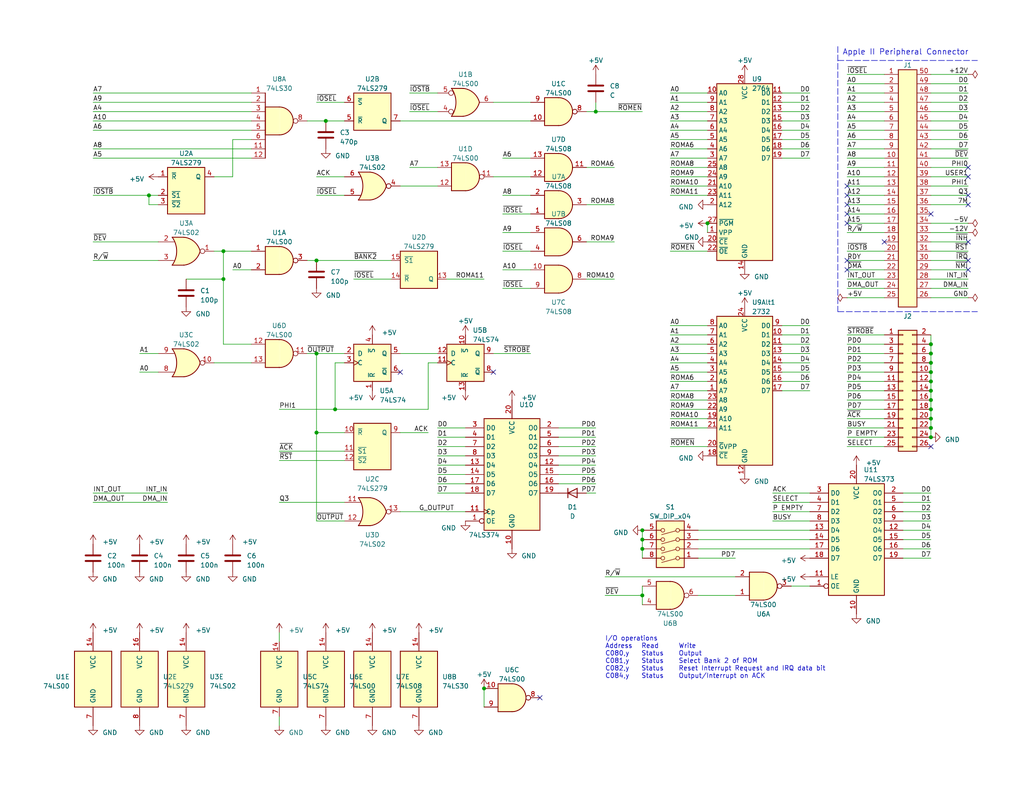
<source format=kicad_sch>
(kicad_sch (version 20230121) (generator eeschema)
  (paper "USLetter")
  (title_block (date "2023-08-27") (rev "1"))
  (junction (at 175.26 144.78))
  (junction (at 175.26 149.86))
  (junction (at 175.26 162.56))
  (junction (at 60.96 68.58))
  (junction (at 40.64 53.34))
  (junction (at 86.36 96.52))
  (junction (at 254 104.14))
  (junction (at 254 96.52))
  (junction (at 91.44 111.76))
  (junction (at 132.08 187.96))
  (junction (at 86.36 71.12))
  (junction (at 254 99.06))
  (junction (at 60.96 76.2))
  (junction (at 254 114.3))
  (junction (at 254 111.76))
  (junction (at 254 101.6))
  (junction (at 254 93.98))
  (junction (at 162.56 30.48))
  (junction (at 254 109.22))
  (junction (at 88.9 33.02))
  (junction (at 254 106.68))
  (junction (at 175.26 147.32))
  (junction (at 254 116.84))
  (junction (at 254 119.38))
  (junction (at 86.36 118.11))
  (junction (at 193.04 60.96))
  (no_connect (at 109.22 101.6))
  (no_connect (at 264.16 71.12))
  (no_connect (at 264.16 48.26))
  (no_connect (at 231.14 60.96))
  (no_connect (at 134.62 101.6))
  (no_connect (at 231.14 71.12))
  (no_connect (at 264.16 55.88))
  (no_connect (at 264.16 73.66))
  (no_connect (at 231.14 53.34))
  (no_connect (at 241.3 66.04))
  (no_connect (at 264.16 45.72))
  (no_connect (at 231.14 55.88))
  (no_connect (at 264.16 66.04))
  (no_connect (at 231.14 58.42))
  (no_connect (at 231.14 50.8))
  (no_connect (at 231.14 73.66))
  (no_connect (at 254 121.92))
  (no_connect (at 254 58.42))
  (no_connect (at 147.32 190.5))
  (no_connect (at 264.16 53.34))
  (wire (pts (xy 96.52 76.2) (xy 106.68 76.2)))
  (wire (pts (xy 231.14 55.88) (xy 241.3 55.88)))
  (wire (pts (xy 132.08 76.2) (xy 121.92 76.2)))
  (wire (pts (xy 193.04 109.22) (xy 182.88 109.22)))
  (wire (pts (xy 25.4 43.18) (xy 68.58 43.18)))
  (wire (pts (xy 86.36 96.52) (xy 93.98 96.52)))
  (wire (pts (xy 190.5 162.56) (xy 200.66 162.56)))
  (wire (pts (xy 254 66.04) (xy 264.16 66.04)))
  (wire (pts (xy 220.98 144.78) (xy 190.5 144.78)))
  (wire (pts (xy 144.78 96.52) (xy 134.62 96.52)))
  (wire (pts (xy 162.56 116.84) (xy 152.4 116.84)))
  (wire (pts (xy 231.14 76.2) (xy 241.3 76.2)))
  (wire (pts (xy 182.88 91.44) (xy 193.04 91.44)))
  (wire (pts (xy 231.14 104.14) (xy 241.3 104.14)))
  (wire (pts (xy 182.88 25.4) (xy 193.04 25.4)))
  (wire (pts (xy 254 101.6) (xy 254 99.06)))
  (wire (pts (xy 25.4 53.34) (xy 40.64 53.34)))
  (wire (pts (xy 231.14 22.86) (xy 241.3 22.86)))
  (wire (pts (xy 254 50.8) (xy 264.16 50.8)))
  (wire (pts (xy 144.78 58.42) (xy 137.16 58.42)))
  (wire (pts (xy 254 30.48) (xy 264.16 30.48)))
  (wire (pts (xy 210.82 139.7) (xy 220.98 139.7)))
  (wire (pts (xy 25.4 66.04) (xy 43.18 66.04)))
  (wire (pts (xy 182.88 35.56) (xy 193.04 35.56)))
  (wire (pts (xy 182.88 121.92) (xy 193.04 121.92)))
  (wire (pts (xy 137.16 73.66) (xy 144.78 73.66)))
  (wire (pts (xy 254 60.96) (xy 264.16 60.96)))
  (wire (pts (xy 119.38 119.38) (xy 127 119.38)))
  (wire (pts (xy 68.58 93.98) (xy 60.96 93.98)))
  (wire (pts (xy 254 149.86) (xy 246.38 149.86)))
  (wire (pts (xy 162.56 127) (xy 152.4 127)))
  (wire (pts (xy 254 106.68) (xy 254 104.14)))
  (wire (pts (xy 231.14 81.28) (xy 241.3 81.28)))
  (wire (pts (xy 231.14 40.64) (xy 241.3 40.64)))
  (wire (pts (xy 91.44 99.06) (xy 93.98 99.06)))
  (wire (pts (xy 231.14 30.48) (xy 241.3 30.48)))
  (wire (pts (xy 162.56 124.46) (xy 152.4 124.46)))
  (wire (pts (xy 254 33.02) (xy 264.16 33.02)))
  (wire (pts (xy 254 71.12) (xy 264.16 71.12)))
  (wire (pts (xy 231.14 78.74) (xy 241.3 78.74)))
  (wire (pts (xy 132.08 187.96) (xy 132.08 193.04)))
  (polyline (pts (xy 228.6 85.09) (xy 266.7 85.09)) (stroke (width 0) (type dash)))
  (wire (pts (xy 220.98 33.02) (xy 213.36 33.02)))
  (wire (pts (xy 109.22 96.52) (xy 119.38 96.52)))
  (wire (pts (xy 119.38 116.84) (xy 127 116.84)))
  (wire (pts (xy 254 68.58) (xy 264.16 68.58)))
  (wire (pts (xy 254 40.64) (xy 264.16 40.64)))
  (wire (pts (xy 193.04 45.72) (xy 182.88 45.72)))
  (wire (pts (xy 162.56 30.48) (xy 160.02 30.48)))
  (wire (pts (xy 63.5 48.26) (xy 58.42 48.26)))
  (wire (pts (xy 254 93.98) (xy 254 91.44)))
  (wire (pts (xy 231.14 27.94) (xy 241.3 27.94)))
  (wire (pts (xy 137.16 68.58) (xy 144.78 68.58)))
  (wire (pts (xy 193.04 48.26) (xy 182.88 48.26)))
  (wire (pts (xy 182.88 104.14) (xy 193.04 104.14)))
  (wire (pts (xy 160.02 45.72) (xy 167.64 45.72)))
  (wire (pts (xy 25.4 137.16) (xy 45.72 137.16)))
  (wire (pts (xy 25.4 33.02) (xy 68.58 33.02)))
  (wire (pts (xy 40.64 55.88) (xy 40.64 53.34)))
  (wire (pts (xy 231.14 114.3) (xy 241.3 114.3)))
  (wire (pts (xy 162.56 132.08) (xy 152.4 132.08)))
  (wire (pts (xy 231.14 99.06) (xy 241.3 99.06)))
  (wire (pts (xy 86.36 96.52) (xy 86.36 118.11)))
  (wire (pts (xy 144.78 48.26) (xy 134.62 48.26)))
  (wire (pts (xy 231.14 63.5) (xy 241.3 63.5)))
  (wire (pts (xy 111.76 30.48) (xy 119.38 30.48)))
  (wire (pts (xy 182.88 99.06) (xy 193.04 99.06)))
  (wire (pts (xy 50.8 76.2) (xy 60.96 76.2)))
  (wire (pts (xy 231.14 43.18) (xy 241.3 43.18)))
  (wire (pts (xy 86.36 48.26) (xy 93.98 48.26)))
  (wire (pts (xy 83.82 71.12) (xy 86.36 71.12)))
  (wire (pts (xy 137.16 43.18) (xy 144.78 43.18)))
  (wire (pts (xy 83.82 33.02) (xy 88.9 33.02)))
  (wire (pts (xy 254 96.52) (xy 254 93.98)))
  (wire (pts (xy 254 144.78) (xy 246.38 144.78)))
  (wire (pts (xy 254 27.94) (xy 264.16 27.94)))
  (wire (pts (xy 193.04 53.34) (xy 182.88 53.34)))
  (wire (pts (xy 119.38 121.92) (xy 127 121.92)))
  (wire (pts (xy 254 152.4) (xy 246.38 152.4)))
  (wire (pts (xy 231.14 45.72) (xy 241.3 45.72)))
  (wire (pts (xy 220.98 27.94) (xy 213.36 27.94)))
  (wire (pts (xy 220.98 43.18) (xy 213.36 43.18)))
  (wire (pts (xy 40.64 55.88) (xy 43.18 55.88)))
  (wire (pts (xy 182.88 40.64) (xy 193.04 40.64)))
  (wire (pts (xy 182.88 50.8) (xy 193.04 50.8)))
  (wire (pts (xy 220.98 101.6) (xy 213.36 101.6)))
  (wire (pts (xy 220.98 106.68) (xy 213.36 106.68)))
  (wire (pts (xy 175.26 144.78) (xy 175.26 147.32)))
  (wire (pts (xy 215.9 160.02) (xy 220.98 160.02)))
  (wire (pts (xy 254 139.7) (xy 246.38 139.7)))
  (wire (pts (xy 182.88 88.9) (xy 193.04 88.9)))
  (wire (pts (xy 254 48.26) (xy 264.16 48.26)))
  (wire (pts (xy 231.14 116.84) (xy 241.3 116.84)))
  (wire (pts (xy 254 134.62) (xy 246.38 134.62)))
  (wire (pts (xy 220.98 104.14) (xy 213.36 104.14)))
  (wire (pts (xy 231.14 73.66) (xy 241.3 73.66)))
  (wire (pts (xy 231.14 91.44) (xy 241.3 91.44)))
  (wire (pts (xy 119.38 134.62) (xy 127 134.62)))
  (wire (pts (xy 86.36 71.12) (xy 106.68 71.12)))
  (wire (pts (xy 111.76 45.72) (xy 119.38 45.72)))
  (wire (pts (xy 162.56 27.94) (xy 162.56 30.48)))
  (wire (pts (xy 254 147.32) (xy 246.38 147.32)))
  (wire (pts (xy 193.04 116.84) (xy 182.88 116.84)))
  (wire (pts (xy 254 43.18) (xy 264.16 43.18)))
  (wire (pts (xy 76.2 198.12) (xy 76.2 195.58)))
  (wire (pts (xy 68.58 99.06) (xy 58.42 99.06)))
  (wire (pts (xy 254 111.76) (xy 254 109.22)))
  (wire (pts (xy 254 25.4) (xy 264.16 25.4)))
  (wire (pts (xy 231.14 111.76) (xy 241.3 111.76)))
  (wire (pts (xy 182.88 114.3) (xy 193.04 114.3)))
  (wire (pts (xy 182.88 68.58) (xy 193.04 68.58)))
  (wire (pts (xy 162.56 129.54) (xy 152.4 129.54)))
  (wire (pts (xy 76.2 111.76) (xy 91.44 111.76)))
  (wire (pts (xy 231.14 33.02) (xy 241.3 33.02)))
  (wire (pts (xy 254 55.88) (xy 264.16 55.88)))
  (wire (pts (xy 25.4 30.48) (xy 68.58 30.48)))
  (wire (pts (xy 220.98 149.86) (xy 190.5 149.86)))
  (wire (pts (xy 254 22.86) (xy 264.16 22.86)))
  (wire (pts (xy 254 104.14) (xy 254 101.6)))
  (wire (pts (xy 60.96 68.58) (xy 60.96 76.2)))
  (wire (pts (xy 254 53.34) (xy 264.16 53.34)))
  (wire (pts (xy 175.26 162.56) (xy 175.26 165.1)))
  (wire (pts (xy 76.2 137.16) (xy 93.98 137.16)))
  (wire (pts (xy 182.88 101.6) (xy 193.04 101.6)))
  (wire (pts (xy 220.98 137.16) (xy 210.82 137.16)))
  (polyline (pts (xy 228.6 12.7) (xy 228.6 85.09)) (stroke (width 0) (type dash)))
  (wire (pts (xy 231.14 25.4) (xy 241.3 25.4)))
  (wire (pts (xy 231.14 68.58) (xy 241.3 68.58)))
  (wire (pts (xy 165.1 157.48) (xy 200.66 157.48)))
  (wire (pts (xy 231.14 48.26) (xy 241.3 48.26)))
  (wire (pts (xy 220.98 25.4) (xy 213.36 25.4)))
  (wire (pts (xy 25.4 35.56) (xy 68.58 35.56)))
  (wire (pts (xy 231.14 71.12) (xy 241.3 71.12)))
  (wire (pts (xy 119.38 127) (xy 127 127)))
  (wire (pts (xy 58.42 68.58) (xy 60.96 68.58)))
  (wire (pts (xy 137.16 53.34) (xy 144.78 53.34)))
  (wire (pts (xy 76.2 123.19) (xy 93.98 123.19)))
  (wire (pts (xy 254 109.22) (xy 254 106.68)))
  (wire (pts (xy 63.5 38.1) (xy 63.5 48.26)))
  (wire (pts (xy 231.14 53.34) (xy 241.3 53.34)))
  (wire (pts (xy 190.5 152.4) (xy 200.66 152.4)))
  (wire (pts (xy 76.2 125.73) (xy 93.98 125.73)))
  (wire (pts (xy 193.04 60.96) (xy 193.04 63.5)))
  (wire (pts (xy 162.56 121.92) (xy 152.4 121.92)))
  (wire (pts (xy 160.02 76.2) (xy 167.64 76.2)))
  (wire (pts (xy 231.14 20.32) (xy 241.3 20.32)))
  (wire (pts (xy 25.4 134.62) (xy 45.72 134.62)))
  (wire (pts (xy 254 35.56) (xy 264.16 35.56)))
  (wire (pts (xy 231.14 109.22) (xy 241.3 109.22)))
  (wire (pts (xy 182.88 96.52) (xy 193.04 96.52)))
  (wire (pts (xy 182.88 30.48) (xy 193.04 30.48)))
  (wire (pts (xy 254 73.66) (xy 264.16 73.66)))
  (wire (pts (xy 137.16 63.5) (xy 144.78 63.5)))
  (wire (pts (xy 160.02 134.62) (xy 162.56 134.62)))
  (wire (pts (xy 165.1 162.56) (xy 175.26 162.56)))
  (wire (pts (xy 109.22 139.7) (xy 127 139.7)))
  (wire (pts (xy 231.14 35.56) (xy 241.3 35.56)))
  (wire (pts (xy 116.84 118.11) (xy 109.22 118.11)))
  (wire (pts (xy 25.4 71.12) (xy 43.18 71.12)))
  (wire (pts (xy 60.96 68.58) (xy 68.58 68.58)))
  (wire (pts (xy 182.88 38.1) (xy 193.04 38.1)))
  (wire (pts (xy 86.36 96.52) (xy 83.82 96.52)))
  (wire (pts (xy 220.98 134.62) (xy 210.82 134.62)))
  (wire (pts (xy 254 137.16) (xy 246.38 137.16)))
  (wire (pts (xy 231.14 119.38) (xy 241.3 119.38)))
  (wire (pts (xy 111.76 25.4) (xy 119.38 25.4)))
  (wire (pts (xy 175.26 30.48) (xy 162.56 30.48)))
  (wire (pts (xy 254 99.06) (xy 254 96.52)))
  (wire (pts (xy 220.98 40.64) (xy 213.36 40.64)))
  (wire (pts (xy 38.1 101.6) (xy 43.18 101.6)))
  (wire (pts (xy 119.38 124.46) (xy 127 124.46)))
  (wire (pts (xy 38.1 96.52) (xy 43.18 96.52)))
  (wire (pts (xy 68.58 38.1) (xy 63.5 38.1)))
  (wire (pts (xy 182.88 43.18) (xy 193.04 43.18)))
  (wire (pts (xy 193.04 111.76) (xy 182.88 111.76)))
  (wire (pts (xy 116.84 99.06) (xy 119.38 99.06)))
  (wire (pts (xy 220.98 88.9) (xy 213.36 88.9)))
  (wire (pts (xy 210.82 142.24) (xy 220.98 142.24)))
  (wire (pts (xy 116.84 99.06) (xy 116.84 111.76)))
  (wire (pts (xy 231.14 60.96) (xy 241.3 60.96)))
  (wire (pts (xy 119.38 129.54) (xy 127 129.54)))
  (wire (pts (xy 231.14 121.92) (xy 241.3 121.92)))
  (wire (pts (xy 76.2 172.72) (xy 76.2 175.26)))
  (wire (pts (xy 231.14 58.42) (xy 241.3 58.42)))
  (wire (pts (xy 86.36 118.11) (xy 93.98 118.11)))
  (wire (pts (xy 134.62 27.94) (xy 144.78 27.94)))
  (wire (pts (xy 119.38 132.08) (xy 127 132.08)))
  (wire (pts (xy 254 116.84) (xy 254 114.3)))
  (wire (pts (xy 25.4 40.64) (xy 68.58 40.64)))
  (wire (pts (xy 254 45.72) (xy 264.16 45.72)))
  (wire (pts (xy 144.78 78.74) (xy 137.16 78.74)))
  (wire (pts (xy 254 81.28) (xy 264.16 81.28)))
  (wire (pts (xy 40.64 53.34) (xy 43.18 53.34)))
  (wire (pts (xy 231.14 96.52) (xy 241.3 96.52)))
  (wire (pts (xy 231.14 38.1) (xy 241.3 38.1)))
  (wire (pts (xy 254 78.74) (xy 264.16 78.74)))
  (wire (pts (xy 220.98 147.32) (xy 190.5 147.32)))
  (wire (pts (xy 109.22 50.8) (xy 119.38 50.8)))
  (wire (pts (xy 182.88 27.94) (xy 193.04 27.94)))
  (wire (pts (xy 91.44 99.06) (xy 91.44 111.76)))
  (wire (pts (xy 231.14 101.6) (xy 241.3 101.6)))
  (wire (pts (xy 93.98 33.02) (xy 88.9 33.02)))
  (wire (pts (xy 93.98 142.24) (xy 86.36 142.24)))
  (wire (pts (xy 254 20.32) (xy 264.16 20.32)))
  (wire (pts (xy 220.98 35.56) (xy 213.36 35.56)))
  (wire (pts (xy 175.26 149.86) (xy 175.26 152.4)))
  (wire (pts (xy 254 119.38) (xy 254 116.84)))
  (wire (pts (xy 162.56 119.38) (xy 152.4 119.38)))
  (wire (pts (xy 254 114.3) (xy 254 111.76)))
  (wire (pts (xy 116.84 111.76) (xy 91.44 111.76)))
  (wire (pts (xy 254 142.24) (xy 246.38 142.24)))
  (polyline (pts (xy 228.6 16.51) (xy 266.7 16.51)) (stroke (width 0) (type dash)))
  (wire (pts (xy 25.4 27.94) (xy 68.58 27.94)))
  (wire (pts (xy 167.64 66.04) (xy 160.02 66.04)))
  (wire (pts (xy 182.88 106.68) (xy 193.04 106.68)))
  (wire (pts (xy 220.98 91.44) (xy 213.36 91.44)))
  (wire (pts (xy 93.98 53.34) (xy 86.36 53.34)))
  (wire (pts (xy 25.4 25.4) (xy 68.58 25.4)))
  (wire (pts (xy 182.88 33.02) (xy 193.04 33.02)))
  (wire (pts (xy 231.14 50.8) (xy 241.3 50.8)))
  (wire (pts (xy 63.5 73.66) (xy 68.58 73.66)))
  (wire (pts (xy 231.14 93.98) (xy 241.3 93.98)))
  (wire (pts (xy 93.98 27.94) (xy 86.36 27.94)))
  (wire (pts (xy 60.96 76.2) (xy 60.96 93.98)))
  (wire (pts (xy 182.88 93.98) (xy 193.04 93.98)))
  (wire (pts (xy 254 38.1) (xy 264.16 38.1)))
  (wire (pts (xy 175.26 149.86) (xy 175.26 147.32)))
  (wire (pts (xy 231.14 106.68) (xy 241.3 106.68)))
  (wire (pts (xy 254 76.2) (xy 264.16 76.2)))
  (wire (pts (xy 109.22 33.02) (xy 144.78 33.02)))
  (wire (pts (xy 220.98 30.48) (xy 213.36 30.48)))
  (wire (pts (xy 220.98 99.06) (xy 213.36 99.06)))
  (wire (pts (xy 167.64 55.88) (xy 160.02 55.88)))
  (wire (pts (xy 254 63.5) (xy 264.16 63.5)))
  (wire (pts (xy 175.26 160.02) (xy 175.26 162.56)))
  (wire (pts (xy 86.36 118.11) (xy 86.36 142.24)))
  (wire (pts (xy 220.98 93.98) (xy 213.36 93.98)))
  (wire (pts (xy 220.98 38.1) (xy 213.36 38.1)))
  (wire (pts (xy 220.98 96.52) (xy 213.36 96.52)))
  (text "Apple II Peripheral Connector" (at 229.87 15.24 0) (effects (font (size 1.524 1.524)) (justify left bottom)))
  (text "I/O operations\nAddress	Read	Write\nC080,y	Status	Output\nC081,y	Status	Select Bank 2 of ROM\nC082,y	Status	Reset Interrupt Request and IRQ data bit\nC084,y	Status	Output/Interrupt on ACK\n" (at 165.1 185.42 0) (effects (font (size 1.27 1.27)) (justify left bottom)))
  (label "~{IOSTB}" (at 231.14 68.58 0))
  (label "DMA_IN" (at 45.72 137.16 180))
  (label "D0" (at 254 134.62 180))
  (label "ROMA6" (at 182.88 40.64 0))
  (label "A5" (at 231.14 35.56 0))
  (label "-12V" (at 264.16 63.5 180))
  (label "PD5" (at 231.14 106.68 0))
  (label "D4" (at 119.38 127 0))
  (label "PD4" (at 231.14 104.14 0))
  (label "ROMA8" (at 182.88 109.22 0))
  (label "ACK" (at 116.84 118.11 180))
  (label "ROMA9" (at 167.64 66.04 180))
  (label "D0" (at 119.38 116.84 0))
  (label "~{IOSEL}" (at 96.52 76.2 0))
  (label "A4" (at 182.88 35.56 0))
  (label "RDY" (at 231.14 71.12 0))
  (label "A2" (at 231.14 27.94 0))
  (label "A1" (at 182.88 27.94 0))
  (label "PD3" (at 231.14 101.6 0))
  (label "~{IOSTB}" (at 111.76 25.4 0))
  (label "ROMA10" (at 182.88 114.3 0))
  (label "D7" (at 220.98 106.68 180))
  (label "PD4" (at 162.56 127 180))
  (label "Q3" (at 264.16 53.34 180))
  (label "INT_OUT" (at 231.14 76.2 0))
  (label "D1" (at 220.98 91.44 180))
  (label "~{IOSEL}" (at 137.16 58.42 0))
  (label "A11" (at 231.14 50.8 0))
  (label "A0" (at 231.14 22.86 0))
  (label "D6" (at 254 149.86 180))
  (label "A10" (at 137.16 73.66 0))
  (label "ROMA9" (at 182.88 111.76 0))
  (label "D3" (at 254 142.24 180))
  (label "D1" (at 264.16 25.4 180))
  (label "ROMA8" (at 167.64 55.88 180))
  (label "D0" (at 264.16 22.86 180))
  (label "D5" (at 220.98 101.6 180))
  (label "A9" (at 137.16 63.5 0))
  (label "PD0" (at 231.14 93.98 0))
  (label "D5" (at 119.38 129.54 0))
  (label "A0" (at 182.88 25.4 0))
  (label "~{ACK}" (at 231.14 114.3 0))
  (label "USER1" (at 264.16 48.26 180))
  (label "A4" (at 25.4 30.48 0))
  (label "A0" (at 182.88 88.9 0))
  (label "D5" (at 254 147.32 180))
  (label "A7" (at 111.76 45.72 0))
  (label "A8" (at 231.14 43.18 0))
  (label "D4" (at 254 144.78 180))
  (label "D0" (at 220.98 25.4 180))
  (label "A2" (at 182.88 30.48 0))
  (label "SELECT" (at 210.82 137.16 0))
  (label "~{IOSEL}" (at 86.36 27.94 0))
  (label "D5" (at 264.16 35.56 180))
  (label "PD7" (at 231.14 111.76 0))
  (label "INT_IN" (at 264.16 76.2 180))
  (label "~{STROBE}" (at 231.14 91.44 0))
  (label "ROMA8" (at 182.88 45.72 0))
  (label "~{IOSEL}" (at 137.16 68.58 0))
  (label "D3" (at 220.98 33.02 180))
  (label "+5V" (at 231.14 81.28 0))
  (label "R{slash}~{W}" (at 25.4 71.12 0))
  (label "D6" (at 220.98 104.14 180))
  (label "A3" (at 182.88 96.52 0))
  (label "-5V" (at 264.16 60.96 180))
  (label "D1" (at 254 137.16 180))
  (label "D7" (at 264.16 40.64 180))
  (label "7M" (at 264.16 55.88 180))
  (label "PD2" (at 162.56 121.92 180))
  (label "A9" (at 231.14 45.72 0))
  (label "D2" (at 254 139.7 180))
  (label "D6" (at 264.16 38.1 180))
  (label "PHI1" (at 264.16 50.8 180))
  (label "A6" (at 25.4 35.56 0))
  (label "A10" (at 231.14 48.26 0))
  (label "PD1" (at 162.56 119.38 180))
  (label "~{NMI}" (at 264.16 73.66 180))
  (label "D5" (at 220.98 38.1 180))
  (label "~{RST}" (at 76.2 125.73 0))
  (label "Q3" (at 76.2 137.16 0))
  (label "D3" (at 119.38 124.46 0))
  (label "+12V" (at 264.16 20.32 180))
  (label "PD0" (at 162.56 116.84 180))
  (label "~{IOSEL}" (at 86.36 53.34 0))
  (label "PD7" (at 200.66 152.4 180))
  (label "A8" (at 25.4 40.64 0))
  (label "D1" (at 119.38 119.38 0))
  (label "PHI1" (at 76.2 111.76 0))
  (label "~{RST}" (at 264.16 68.58 180))
  (label "INT_OUT" (at 25.4 134.62 0))
  (label "D6" (at 119.38 132.08 0))
  (label "~{IOSEL}" (at 231.14 20.32 0))
  (label "A12" (at 231.14 53.34 0))
  (label "D3" (at 264.16 30.48 180))
  (label "D6" (at 220.98 40.64 180))
  (label "ROMA9" (at 182.88 48.26 0))
  (label "PD6" (at 231.14 109.22 0))
  (label "~{ROMEN}" (at 182.88 68.58 0))
  (label "INT_IN" (at 45.72 134.62 180))
  (label "D7" (at 220.98 43.18 180))
  (label "A5" (at 182.88 101.6 0))
  (label "D7" (at 254 152.4 180))
  (label "A13" (at 231.14 55.88 0))
  (label "~{BANK2}" (at 96.52 71.12 0))
  (label "D2" (at 119.38 121.92 0))
  (label "A4" (at 182.88 99.06 0))
  (label "A9" (at 25.4 27.94 0))
  (label "~{ROMEN}" (at 182.88 121.92 0))
  (label "ROMA11" (at 132.08 76.2 180))
  (label "A0" (at 38.1 101.6 0))
  (label "A10" (at 25.4 33.02 0))
  (label "ROMA6" (at 182.88 104.14 0))
  (label "PD3" (at 162.56 124.46 180))
  (label "ACK" (at 86.36 48.26 0))
  (label "PD1" (at 231.14 96.52 0))
  (label "~{INH}" (at 264.16 66.04 180))
  (label "~{DMA}" (at 231.14 73.66 0))
  (label "BUSY" (at 231.14 116.84 0))
  (label "A1" (at 231.14 25.4 0))
  (label "A15" (at 231.14 60.96 0))
  (label "A14" (at 231.14 58.42 0))
  (label "D0" (at 220.98 88.9 180))
  (label "~{STROBE}" (at 144.78 96.52 180))
  (label "~{IOSEL}" (at 111.76 30.48 0))
  (label "DMA_OUT" (at 231.14 78.74 0))
  (label "D4" (at 264.16 33.02 180))
  (label "DMA_IN" (at 264.16 78.74 180))
  (label "D7" (at 119.38 134.62 0))
  (label "D2" (at 220.98 30.48 180))
  (label "A7" (at 182.88 43.18 0))
  (label "A5" (at 25.4 43.18 0))
  (label "A3" (at 182.88 33.02 0))
  (label "ROMA11" (at 182.88 53.34 0))
  (label "D2" (at 264.16 27.94 180))
  (label "ROMA10" (at 167.64 76.2 180))
  (label "A7" (at 182.88 106.68 0))
  (label "D1" (at 220.98 27.94 180))
  (label "~{OUTPUT}" (at 83.82 96.52 0))
  (label "PHI0" (at 264.16 45.72 180))
  (label "~{DEV}" (at 25.4 66.04 0))
  (label "DMA_OUT" (at 25.4 137.16 0))
  (label "~{ROMEN}" (at 175.26 30.48 180))
  (label "PD6" (at 162.56 132.08 180))
  (label "A1" (at 182.88 91.44 0))
  (label "A7" (at 231.14 40.64 0))
  (label "~{DEV}" (at 264.16 43.18 180))
  (label "A1" (at 38.1 96.52 0))
  (label "PD7" (at 162.56 134.62 180))
  (label "ACK" (at 210.82 134.62 0))
  (label "~{DEV}" (at 165.1 162.56 0))
  (label "A3" (at 231.14 30.48 0))
  (label "A0" (at 63.5 73.66 0))
  (label "BUSY" (at 210.82 142.24 0))
  (label "R{slash}~{W}" (at 165.1 157.48 0))
  (label "P EMPTY" (at 231.14 119.38 0))
  (label "D4" (at 220.98 99.06 180))
  (label "~{IOSEL}" (at 137.16 78.74 0))
  (label "PD5" (at 162.56 129.54 180))
  (label "ROMA11" (at 182.88 116.84 0))
  (label "PD2" (at 231.14 99.06 0))
  (label "D3" (at 220.98 96.52 180))
  (label "D4" (at 220.98 35.56 180))
  (label "ROMA6" (at 167.64 45.72 180))
  (label "A6" (at 137.16 43.18 0))
  (label "~{IRQ}" (at 264.16 71.12 180))
  (label "A5" (at 182.88 38.1 0))
  (label "A6" (at 231.14 38.1 0))
  (label "~{IOSTB}" (at 25.4 53.34 0))
  (label "~{OUTPUT}" (at 86.36 142.24 0))
  (label "G_OUTPUT" (at 114.3 139.7 0))
  (label "R{slash}~{W}" (at 231.14 63.5 0))
  (label "D2" (at 220.98 93.98 180))
  (label "GND" (at 264.16 81.28 180))
  (label "ROMA10" (at 182.88 50.8 0))
  (label "A2" (at 182.88 93.98 0))
  (label "A8" (at 137.16 53.34 0))
  (label "A4" (at 231.14 33.02 0))
  (label "SELECT" (at 231.14 121.92 0))
  (label "~{ACK}" (at 76.2 123.19 0))
  (label "P EMPTY" (at 210.82 139.7 0))
  (label "A7" (at 25.4 25.4 0))
  (symbol (lib_id "power:GND") (at 193.04 124.46 270) (unit 1)
    (property "Reference" "#PWR049" (effects hide))
    (property "Value" "GND" (at 189.23 125.095 90) (effects (justify right)))
  )
  (symbol (lib_id "74xx:74LS02") (at 50.8 68.58 0) (unit 1)
    (property "Reference" "U3" (at 50.8 60.96 0))
    (property "Value" "74LS02" (at 50.8 63.5 0))
    (property "Footprint" "Package_DIP:DIP-14_W7.62mm" (effects hide))
    (property "Datasheet" "http://www.ti.com/lit/gpn/sn74ls02" (effects hide))
  )
  (symbol (lib_id "power:+5V") (at 101.6 172.72 0) (unit 1)
    (property "Reference" "#PWR027" (effects hide))
    (property "Value" "+5V" (at 104.14 172.085 0) (effects (justify left)))
  )
  (symbol (lib_id "74xx:74LS30") (at 114.3 185.42 0) (unit 2)
    (property "Reference" "U8" (at 120.65 184.785 0) (effects (justify left)))
    (property "Value" "74LS30" (at 120.65 187.325 0) (effects (justify left)))
    (property "Footprint" "Package_DIP:DIP-14_W7.62mm" (effects hide))
    (property "Datasheet" "http://www.ti.com/lit/gpn/sn74LS30" (effects hide))
  )
  (symbol (lib_id "74xx:74LS00") (at 152.4 30.48 0) (unit 3)
    (property "Reference" "U1" (at 152.3917 22.86 0))
    (property "Value" "74LS00" (at 152.3917 25.4 0))
    (property "Footprint" "Package_DIP:DIP-14_W7.62mm" (effects hide))
    (property "Datasheet" "http://www.ti.com/lit/gpn/sn74ls00" (effects hide))
  )
  (symbol (lib_id "power:+5V") (at 139.7 109.22 0) (unit 1)
    (property "Reference" "#PWR09" (effects hide))
    (property "Value" "+5V" (at 142.24 108.585 0) (effects (justify left)))
  )
  (symbol (lib_id "Device:C") (at 50.8 152.4 0) (unit 1)
    (property "Reference" "C5" (at 54.61 151.765 0) (effects (justify left)))
    (property "Value" "100n" (at 54.61 154.305 0) (effects (justify left)))
    (property "Footprint" "Capacitor_THT:C_Rect_L7.0mm_W2.0mm_P5.00mm" (effects hide))
  )
  (symbol (lib_id "Device:C") (at 162.56 24.13 0) (unit 1)
    (property "Reference" "C8" (at 166.37 23.495 0) (effects (justify left)))
    (property "Value" "C" (at 166.37 26.035 0) (effects (justify left)))
    (property "Footprint" "Capacitor_THT:C_Rect_L7.0mm_W2.0mm_P5.00mm" (effects hide))
  )
  (symbol (lib_id "power:+5V") (at 50.8 148.59 0) (unit 1)
    (property "Reference" "#PWR037" (effects hide))
    (property "Value" "+5V" (at 53.34 147.955 0) (effects (justify left)))
  )
  (symbol (lib_id "power:+5V") (at 63.5 148.59 0) (unit 1)
    (property "Reference" "#PWR039" (effects hide))
    (property "Value" "+5V" (at 66.04 147.955 0) (effects (justify left)))
  )
  (symbol (lib_id "power:+5V") (at 38.1 148.59 0) (unit 1)
    (property "Reference" "#PWR035" (effects hide))
    (property "Value" "+5V" (at 40.64 147.955 0) (effects (justify left)))
  )
  (symbol (lib_id "Device:C") (at 63.5 152.4 0) (unit 1)
    (property "Reference" "C6" (at 67.31 151.765 0) (effects (justify left)))
    (property "Value" "100n" (at 67.31 154.305 0) (effects (justify left)))
    (property "Footprint" "Capacitor_THT:C_Rect_L7.0mm_W2.0mm_P5.00mm" (effects hide))
  )
  (symbol (lib_id "power:GND") (at 203.2 73.66 0) (unit 1)
    (property "Reference" "#PWR011" (effects hide))
    (property "Value" "GND" (at 205.74 75.565 0) (effects (justify left)))
  )
  (symbol (lib_id "74xx:74LS02") (at 101.6 50.8 0) (mirror x) (unit 2)
    (property "Reference" "U3" (at 101.6 43.18 0))
    (property "Value" "74LS02" (at 101.6 45.72 0))
    (property "Footprint" "Package_DIP:DIP-14_W7.62mm" (effects hide))
    (property "Datasheet" "http://www.ti.com/lit/gpn/sn74ls02" (effects hide))
  )
  (symbol (lib_id "74xx:74LS02") (at 50.8 185.42 0) (unit 5)
    (property "Reference" "U3" (at 57.15 184.785 0) (effects (justify left)))
    (property "Value" "74LS02" (at 57.15 187.325 0) (effects (justify left)))
    (property "Footprint" "Package_DIP:DIP-14_W7.62mm" (effects hide))
    (property "Datasheet" "http://www.ti.com/lit/gpn/sn74ls02" (effects hide))
  )
  (symbol (lib_id "power:GND") (at 203.2 129.54 0) (unit 1)
    (property "Reference" "#PWR047" (effects hide))
    (property "Value" "GND" (at 205.74 131.445 0) (effects (justify left)))
  )
  (symbol (lib_id "power:GND") (at 50.8 83.82 0) (unit 1)
    (property "Reference" "#PWR02" (effects hide))
    (property "Value" "GND" (at 53.34 85.725 0) (effects (justify left)))
  )
  (symbol (lib_id "74xx:74LS74") (at 101.6 99.06 0) (unit 1)
    (property "Reference" "U5" (at 103.5559 106.68 0) (effects (justify left)))
    (property "Value" "74LS74" (at 103.5559 109.22 0) (effects (justify left)))
    (property "Footprint" "Package_DIP:DIP-14_W7.62mm" (effects hide))
    (property "Datasheet" "74xx/74hc_hct74.pdf" (effects hide))
  )
  (symbol (lib_id "power:GND") (at 50.8 156.21 0) (unit 1)
    (property "Reference" "#PWR038" (effects hide))
    (property "Value" "GND" (at 53.34 158.115 0) (effects (justify left)))
  )
  (symbol (lib_id "power:+5V") (at 38.1 172.72 0) (unit 1)
    (property "Reference" "#PWR019" (effects hide))
    (property "Value" "+5V" (at 40.64 172.085 0) (effects (justify left)))
  )
  (symbol (lib_id "power:+5V") (at 25.4 148.59 0) (unit 1)
    (property "Reference" "#PWR033" (effects hide))
    (property "Value" "+5V" (at 27.94 147.955 0) (effects (justify left)))
  )
  (symbol (lib_id "Device:D") (at 156.21 134.62 0) (unit 1)
    (property "Reference" "D1" (at 156.21 138.43 0))
    (property "Value" "D" (at 156.21 140.97 0))
    (property "Footprint" "Diode_THT:D_A-405_P7.62mm_Horizontal" (effects hide))
    (property "Sim.Device" "D" (effects hide))
    (property "Sim.Pins" "1=K 2=A" (effects hide))
  )
  (symbol (lib_id "power:PWR_FLAG") (at 231.14 81.28 90) (unit 1)
    (property "Reference" "#FLG0103" (effects hide))
    (property "Value" "PWR_FLAG" (effects hide))
  )
  (symbol (lib_id "74xx:74LS74") (at 76.2 185.42 0) (unit 3)
    (property "Reference" "U5" (at 82.55 184.785 0) (effects (justify left)))
    (property "Value" "74LS74" (at 82.55 187.325 0) (effects (justify left)))
    (property "Footprint" "Package_DIP:DIP-14_W7.62mm" (effects hide))
    (property "Datasheet" "74xx/74hc_hct74.pdf" (effects hide))
  )
  (symbol (lib_id "74xx:74LS374") (at 139.7 129.54 0) (unit 1)
    (property "Reference" "U10" (at 141.6559 110.49 0) (effects (justify left)))
    (property "Value" "74LS374" (at 132.08 146.05 0))
    (property "Footprint" "Package_DIP:DIP-20_W7.62mm" (effects hide))
    (property "Datasheet" "http://www.ti.com/lit/gpn/sn74LS374" (effects hide))
  )
  (symbol (lib_id "power:GND") (at 193.04 66.04 270) (unit 1)
    (property "Reference" "#PWR024" (effects hide))
    (property "Value" "GND" (at 186.69 64.77 90) (effects (justify left)))
  )
  (symbol (lib_id "power:+5V") (at 127 106.68 0) (mirror x) (unit 1)
    (property "Reference" "#PWR06" (effects hide))
    (property "Value" "+5V" (at 124.46 108.585 0) (effects (justify right)))
  )
  (symbol (lib_id "power:GND") (at 38.1 198.12 0) (unit 1)
    (property "Reference" "#PWR020" (effects hide))
    (property "Value" "GND" (at 40.64 200.025 0) (effects (justify left)))
  )
  (symbol (lib_id "74xx:74LS00") (at 127 27.94 0) (mirror x) (unit 2) (convert 2)
    (property "Reference" "U1" (at 126.9917 20.32 0))
    (property "Value" "74LS00" (at 126.9917 22.86 0))
    (property "Footprint" "Package_DIP:DIP-14_W7.62mm" (effects hide))
    (property "Datasheet" "http://www.ti.com/lit/gpn/sn74ls00" (effects hide))
  )
  (symbol (lib_id "power:GND") (at 88.9 198.12 0) (unit 1)
    (property "Reference" "#PWR026" (effects hide))
    (property "Value" "GND" (at 91.44 200.025 0) (effects (justify left)))
  )
  (symbol (lib_id "74xx:74LS30") (at 76.2 33.02 0) (unit 1)
    (property "Reference" "U8" (at 76.1917 21.59 0))
    (property "Value" "74LS30" (at 76.1917 24.13 0))
    (property "Footprint" "Package_DIP:DIP-14_W7.62mm" (effects hide))
    (property "Datasheet" "http://www.ti.com/lit/gpn/sn74LS30" (effects hide))
  )
  (symbol (lib_id "MyEprom:2732") (at 203.2 106.68 0) (unit 1)
    (property "Reference" "U9Alt1" (at 205.1559 82.55 0) (effects (justify left)))
    (property "Value" "2732" (at 205.1559 85.09 0) (effects (justify left)))
    (property "Footprint" "Package_DIP:DIP-24_W15.24mm" (effects hide))
    (property "Datasheet" "https://www.jameco.com/Jameco/Products/ProdDS/40002Intel.pdf" (effects hide))
  )
  (symbol (lib_id "power:GND") (at 25.4 198.12 0) (unit 1)
    (property "Reference" "#PWR018" (effects hide))
    (property "Value" "GND" (at 27.94 200.025 0) (effects (justify left)))
  )
  (symbol (lib_id "power:PWR_FLAG") (at 264.16 60.96 270) (unit 1)
    (property "Reference" "#FLG0105" (effects hide))
    (property "Value" "PWR_FLAG" (effects hide))
  )
  (symbol (lib_id "74xx:74LS00") (at 208.28 160.02 0) (mirror x) (unit 1)
    (property "Reference" "U6" (at 208.2717 167.64 0))
    (property "Value" "74LS00" (at 208.2717 165.1 0))
    (property "Footprint" "Package_DIP:DIP-14_W7.62mm" (effects hide))
    (property "Datasheet" "http://www.ti.com/lit/gpn/sn74ls00" (effects hide))
  )
  (symbol (lib_id "Device:C") (at 86.36 74.93 0) (unit 1)
    (property "Reference" "C7" (at 90.17 74.295 0) (effects (justify left)))
    (property "Value" "100p" (at 90.17 76.835 0) (effects (justify left)))
    (property "Footprint" "Capacitor_THT:C_Rect_L7.0mm_W2.0mm_P5.00mm" (effects hide))
  )
  (symbol (lib_id "74xx:74LS02") (at 101.6 139.7 0) (unit 4)
    (property "Reference" "U3" (at 101.6 146.05 0))
    (property "Value" "74LS02" (at 101.6 148.59 0))
    (property "Footprint" "Package_DIP:DIP-14_W7.62mm" (effects hide))
    (property "Datasheet" "http://www.ti.com/lit/gpn/sn74ls02" (effects hide))
  )
  (symbol (lib_id "power:PWR_FLAG") (at 264.16 20.32 270) (unit 1)
    (property "Reference" "#FLG0102" (effects hide))
    (property "Value" "PWR_FLAG" (effects hide))
  )
  (symbol (lib_id "power:GND") (at 254 119.38 90) (unit 1)
    (property "Reference" "#PWR041" (effects hide))
    (property "Value" "GND" (at 257.81 120.015 90) (effects (justify right)))
  )
  (symbol (lib_id "power:GND") (at 88.9 40.64 0) (unit 1)
    (property "Reference" "#PWR01" (effects hide))
    (property "Value" "GND" (at 91.44 42.545 0) (effects (justify left)))
  )
  (symbol (lib_id "power:+5V") (at 132.08 187.96 0) (mirror y) (unit 1)
    (property "Reference" "#PWR045" (effects hide))
    (property "Value" "+5V" (at 132.08 184.15 0))
  )
  (symbol (lib_id "power:GND") (at 101.6 198.12 0) (unit 1)
    (property "Reference" "#PWR028" (effects hide))
    (property "Value" "GND" (at 104.14 200.025 0) (effects (justify left)))
  )
  (symbol (lib_id "74xx:74LS00") (at 25.4 185.42 0) (unit 5)
    (property "Reference" "U1" (at 19.05 184.785 0) (effects (justify right)))
    (property "Value" "74LS00" (at 19.05 187.325 0) (effects (justify right)))
    (property "Footprint" "Package_DIP:DIP-14_W7.62mm" (effects hide))
    (property "Datasheet" "http://www.ti.com/lit/gpn/sn74ls00" (effects hide))
  )
  (symbol (lib_id "74xx:74LS08") (at 152.4 55.88 0) (mirror x) (unit 1)
    (property "Reference" "U7" (at 152.3917 48.26 0))
    (property "Value" "74LS08" (at 152.3917 50.8 0))
    (property "Footprint" "Package_DIP:DIP-14_W7.62mm" (effects hide))
    (property "Datasheet" "http://www.ti.com/lit/gpn/sn74LS08" (effects hide))
  )
  (symbol (lib_id "power:+5V") (at 43.18 48.26 90) (mirror x) (unit 1)
    (property "Reference" "#PWR042" (effects hide))
    (property "Value" "+5V" (at 39.37 48.895 90) (effects (justify left)))
  )
  (symbol (lib_id "Device:C") (at 50.8 80.01 0) (unit 1)
    (property "Reference" "C1" (at 54.61 79.375 0) (effects (justify left)))
    (property "Value" "100p" (at 54.61 81.915 0) (effects (justify left)))
    (property "Footprint" "Capacitor_THT:C_Rect_L7.0mm_W2.0mm_P5.00mm" (effects hide))
  )
  (symbol (lib_id "Device:C") (at 38.1 152.4 0) (unit 1)
    (property "Reference" "C4" (at 41.91 151.765 0) (effects (justify left)))
    (property "Value" "100n" (at 41.91 154.305 0) (effects (justify left)))
    (property "Footprint" "Capacitor_THT:C_Rect_L7.0mm_W2.0mm_P5.00mm" (effects hide))
  )
  (symbol (lib_id "power:+5V") (at 76.2 172.72 0) (unit 1)
    (property "Reference" "#PWR031" (effects hide))
    (property "Value" "+5V" (at 78.74 172.085 0) (effects (justify left)))
  )
  (symbol (lib_id "power:GND") (at 233.68 167.64 0) (mirror y) (unit 1)
    (property "Reference" "#PWR012" (effects hide))
    (property "Value" "GND" (at 236.22 169.545 0) (effects (justify right)))
  )
  (symbol (lib_id "74xx:74LS08") (at 152.4 66.04 0) (mirror x) (unit 2)
    (property "Reference" "U7" (at 152.3917 58.42 0))
    (property "Value" "74LS08" (at 152.3917 60.96 0))
    (property "Footprint" "Package_DIP:DIP-14_W7.62mm" (effects hide))
    (property "Datasheet" "http://www.ti.com/lit/gpn/sn74LS08" (effects hide))
  )
  (symbol (lib_id "power:GND") (at 86.36 78.74 0) (unit 1)
    (property "Reference" "#PWR03" (effects hide))
    (property "Value" "GND" (at 88.9 80.645 0) (effects (justify left)))
  )
  (symbol (lib_id "power:GND") (at 25.4 156.21 0) (unit 1)
    (property "Reference" "#PWR034" (effects hide))
    (property "Value" "GND" (at 27.94 158.115 0) (effects (justify left)))
  )
  (symbol (lib_id "power:GND") (at 175.26 144.78 270) (mirror x) (unit 1)
    (property "Reference" "#PWR016" (effects hide))
    (property "Value" "GND" (at 171.45 145.415 90) (effects (justify right)))
  )
  (symbol (lib_id "power:+5V") (at 88.9 172.72 0) (unit 1)
    (property "Reference" "#PWR025" (effects hide))
    (property "Value" "+5V" (at 91.44 172.085 0) (effects (justify left)))
  )
  (symbol (lib_id "74xx:74LS00") (at 182.88 162.56 0) (mirror x) (unit 2)
    (property "Reference" "U6" (at 182.8717 170.18 0))
    (property "Value" "74LS00" (at 182.8717 167.64 0))
    (property "Footprint" "Package_DIP:DIP-14_W7.62mm" (effects hide))
    (property "Datasheet" "http://www.ti.com/lit/gpn/sn74ls00" (effects hide))
  )
  (symbol (lib_id "power:+5V") (at 50.8 172.72 0) (unit 1)
    (property "Reference" "#PWR021" (effects hide))
    (property "Value" "+5V" (at 53.34 172.085 0) (effects (justify left)))
  )
  (symbol (lib_id "74xx:74LS08") (at 152.4 76.2 0) (mirror x) (unit 3)
    (property "Reference" "U7" (at 152.3917 82.55 0))
    (property "Value" "74LS08" (at 152.3917 85.09 0))
    (property "Footprint" "Package_DIP:DIP-14_W7.62mm" (effects hide))
    (property "Datasheet" "http://www.ti.com/lit/gpn/sn74LS08" (effects hide))
  )
  (symbol (lib_id "MyLogic:74LS279") (at 114.3 73.66 0) (mirror x) (unit 4)
    (property "Reference" "U2" (at 114.3 64.77 0))
    (property "Value" "74LS279" (at 114.3 67.31 0))
    (property "Footprint" "Package_DIP:DIP-16_W7.62mm" (effects hide))
  )
  (symbol (lib_id "74xx:74LS08") (at 101.6 185.42 0) (unit 5)
    (property "Reference" "U7" (at 107.95 184.785 0) (effects (justify left)))
    (property "Value" "74LS08" (at 107.95 187.325 0) (effects (justify left)))
    (property "Footprint" "Package_DIP:DIP-14_W7.62mm" (effects hide))
    (property "Datasheet" "http://www.ti.com/lit/gpn/sn74LS08" (effects hide))
  )
  (symbol (lib_id "power:+5V") (at 220.98 152.4 90) (unit 1)
    (property "Reference" "#PWR043" (effects hide))
    (property "Value" "+5V" (at 217.17 153.035 90) (effects (justify left)))
  )
  (symbol (lib_id "power:+5V") (at 162.56 20.32 0) (unit 1)
    (property "Reference" "#PWR010" (effects hide))
    (property "Value" "+5V" (at 162.56 16.51 0))
  )
  (symbol (lib_id "74xx:74LS74") (at 127 99.06 0) (unit 2)
    (property "Reference" "U5" (at 128.9559 90.17 0) (effects (justify left)))
    (property "Value" "74LS74" (at 128.9559 92.71 0) (effects (justify left)))
    (property "Footprint" "Package_DIP:DIP-14_W7.62mm" (effects hide))
    (property "Datasheet" "74xx/74hc_hct74.pdf" (effects hide))
  )
  (symbol (lib_id "power:PWR_FLAG") (at 264.16 63.5 270) (unit 1)
    (property "Reference" "#FLG0104" (effects hide))
    (property "Value" "PWR_FLAG" (effects hide))
  )
  (symbol (lib_id "power:GND") (at 63.5 156.21 0) (unit 1)
    (property "Reference" "#PWR040" (effects hide))
    (property "Value" "GND" (at 66.04 158.115 0) (effects (justify left)))
  )
  (symbol (lib_id "power:+5V") (at 101.6 106.68 0) (mirror x) (unit 1)
    (property "Reference" "#PWR07" (effects hide))
    (property "Value" "+5V" (at 99.06 108.585 0) (effects (justify right)))
  )
  (symbol (lib_id "74xx:74LS00") (at 76.2 96.52 0) (unit 4)
    (property "Reference" "U6" (at 76.1917 88.9 0))
    (property "Value" "74LS00" (at 76.1917 91.44 0))
    (property "Footprint" "Package_DIP:DIP-14_W7.62mm" (effects hide))
    (property "Datasheet" "http://www.ti.com/lit/gpn/sn74ls00" (effects hide))
  )
  (symbol (lib_id "power:+5V") (at 127 91.44 0) (unit 1)
    (property "Reference" "#PWR05" (effects hide))
    (property "Value" "+5V" (at 127 87.63 0))
  )
  (symbol (lib_id "power:PWR_FLAG") (at 264.16 81.28 270) (unit 1)
    (property "Reference" "#FLG0101" (effects hide))
    (property "Value" "PWR_FLAG" (effects hide))
  )
  (symbol (lib_id "74xx:74LS00") (at 88.9 185.42 0) (unit 5)
    (property "Reference" "U6" (at 95.25 184.785 0) (effects (justify left)))
    (property "Value" "74LS00" (at 95.25 187.325 0) (effects (justify left)))
    (property "Footprint" "Package_DIP:DIP-14_W7.62mm" (effects hide))
    (property "Datasheet" "http://www.ti.com/lit/gpn/sn74ls00" (effects hide))
  )
  (symbol (lib_id "MyLogic:74LS279") (at 38.1 185.42 0) (unit 5)
    (property "Reference" "U2" (at 44.45 184.785 0) (effects (justify left)))
    (property "Value" "74LS279" (at 44.45 187.325 0) (effects (justify left)))
    (property "Footprint" "Package_DIP:DIP-16_W7.62mm" (effects hide))
  )
  (symbol (lib_id "MyLogic:74LS279") (at 101.6 120.65 0) (unit 3)
    (property "Reference" "U2" (at 101.6 130.81 0))
    (property "Value" "74LS279" (at 101.6 133.35 0))
    (property "Footprint" "Package_DIP:DIP-16_W7.62mm" (effects hide))
  )
  (symbol (lib_id "power:GND") (at 50.8 198.12 0) (unit 1)
    (property "Reference" "#PWR022" (effects hide))
    (property "Value" "GND" (at 53.34 200.025 0) (effects (justify left)))
  )
  (symbol (lib_id "Device:C") (at 88.9 36.83 0) (unit 1)
    (property "Reference" "C3" (at 92.71 36.195 0) (effects (justify left)))
    (property "Value" "470p" (at 92.71 38.735 0) (effects (justify left)))
    (property "Footprint" "Capacitor_THT:C_Rect_L7.0mm_W2.0mm_P5.00mm" (effects hide))
  )
  (symbol (lib_id "74xx:74LS02") (at 50.8 99.06 0) (mirror x) (unit 3)
    (property "Reference" "U3" (at 50.8 91.44 0))
    (property "Value" "74LS02" (at 50.8 93.98 0))
    (property "Footprint" "Package_DIP:DIP-14_W7.62mm" (effects hide))
    (property "Datasheet" "http://www.ti.com/lit/gpn/sn74ls02" (effects hide))
  )
  (symbol (lib_id "power:+5V") (at 114.3 172.72 0) (unit 1)
    (property "Reference" "#PWR029" (effects hide))
    (property "Value" "+5V" (at 116.84 172.085 0) (effects (justify left)))
  )
  (symbol (lib_id "74xx:74LS00") (at 139.7 190.5 0) (mirror x) (unit 3)
    (property "Reference" "U6" (at 139.7 182.88 0))
    (property "Value" "74LS00" (at 139.7 185.42 0))
    (property "Footprint" "Package_DIP:DIP-14_W7.62mm" (effects hide))
    (property "Datasheet" "http://www.ti.com/lit/gpn/sn74ls00" (effects hide))
  )
  (symbol (lib_id "74xx:74LS373") (at 233.68 147.32 0) (unit 1)
    (property "Reference" "U11" (at 235.6359 128.27 0) (effects (justify left)))
    (property "Value" "74LS373" (at 235.6359 130.81 0) (effects (justify left)))
    (property "Footprint" "Package_DIP:DIP-20_W7.62mm" (effects hide))
    (property "Datasheet" "http://www.ti.com/lit/gpn/sn74LS373" (effects hide))
  )
  (symbol (lib_id "power:GND") (at 139.7 149.86 0) (unit 1)
    (property "Reference" "#PWR013" (effects hide))
    (property "Value" "GND" (at 142.24 151.765 0) (effects (justify left)))
  )
  (symbol (lib_id "Memory_EPROM:2764") (at 203.2 45.72 0) (unit 1)
    (property "Reference" "U9" (at 205.1559 21.59 0) (effects (justify left)))
    (property "Value" "2764" (at 205.1559 24.13 0) (effects (justify left)))
    (property "Footprint" "Package_DIP:DIP-28_W15.24mm" (effects hide))
    (property "Datasheet" "https://downloads.reactivemicro.com/Electronics/ROM/2764%20EPROM.pdf" (effects hide))
  )
  (symbol (lib_id "power:+5V") (at 203.2 83.82 0) (unit 1)
    (property "Reference" "#PWR048" (effects hide))
    (property "Value" "+5V" (at 203.2 80.01 0))
  )
  (symbol (lib_id "power:+5V") (at 25.4 172.72 0) (unit 1)
    (property "Reference" "#PWR017" (effects hide))
    (property "Value" "+5V" (at 27.94 172.085 0) (effects (justify left)))
  )
  (symbol (lib_id "74xx:74LS00") (at 76.2 71.12 0) (unit 1)
    (property "Reference" "U1" (at 76.1917 63.5 0))
    (property "Value" "74LS00" (at 76.1917 66.04 0))
    (property "Footprint" "Package_DIP:DIP-14_W7.62mm" (effects hide))
    (property "Datasheet" "http://www.ti.com/lit/gpn/sn74ls00" (effects hide))
  )
  (symbol (lib_id "power:GND") (at 127 142.24 0) (unit 1)
    (property "Reference" "#PWR014" (effects hide))
    (property "Value" "GND" (at 124.46 144.145 0) (effects (justify right)))
  )
  (symbol (lib_id "74xx:74LS08") (at 152.4 45.72 0) (mirror x) (unit 4)
    (property "Reference" "U7" (at 152.3917 38.1 0))
    (property "Value" "74LS08" (at 152.3917 40.64 0))
    (property "Footprint" "Package_DIP:DIP-14_W7.62mm" (effects hide))
    (property "Datasheet" "http://www.ti.com/lit/gpn/sn74LS08" (effects hide))
  )
  (symbol (lib_name "Apple II Expansion Bus_1") (lib_id "Apple II:Apple II Expansion Bus") (at 247.65 50.8 0) (unit 1)
    (property "Reference" "J1" (at 247.65 17.78 0))
    (property "Value" "Apple II Expansion Bus" (effects hide))
    (property "Footprint" "Apple2:Apple II Expansion Edge Connector" (effects hide))
  )
  (symbol (lib_id "power:GND") (at 193.04 55.88 270) (unit 1)
    (property "Reference" "#PWR046" (effects hide))
    (property "Value" "GND" (at 189.23 56.515 90) (effects (justify right)))
  )
  (symbol (lib_id "power:GND") (at 76.2 198.12 0) (unit 1)
    (property "Reference" "#PWR032" (effects hide))
    (property "Value" "GND" (at 78.74 200.025 0) (effects (justify left)))
  )
  (symbol (lib_id "power:GND") (at 114.3 198.12 0) (unit 1)
    (property "Reference" "#PWR030" (effects hide))
    (property "Value" "GND" (at 116.84 200.025 0) (effects (justify left)))
  )
  (symbol (lib_id "Device:C") (at 25.4 152.4 0) (unit 1)
    (property "Reference" "C2" (at 29.21 151.765 0) (effects (justify left)))
    (property "Value" "100n" (at 29.21 154.305 0) (effects (justify left)))
    (property "Footprint" "Capacitor_THT:C_Rect_L7.0mm_W2.0mm_P5.00mm" (effects hide))
  )
  (symbol (lib_id "Connector_Generic:Conn_02x13_Odd_Even") (at 246.38 106.68 0) (unit 1)
    (property "Reference" "J2" (at 247.65 86.36 0))
    (property "Value" "Printer Connector" (effects hide))
    (property "Footprint" "Connector_PinHeader_2.54mm:PinHeader_2x13_P2.54mm_Horizontal" (effects hide))
  )
  (symbol (lib_id "power:+5V") (at 203.2 20.32 0) (unit 1)
    (property "Reference" "#PWR023" (effects hide))
    (property "Value" "+5V" (at 203.2 16.51 0))
  )
  (symbol (lib_id "power:+5V") (at 220.98 157.48 90) (unit 1)
    (property "Reference" "#PWR015" (effects hide))
    (property "Value" "+5V" (at 217.17 158.115 90) (effects (justify left)))
  )
  (symbol (lib_id "MyLogic:74LS279") (at 50.8 50.8 0) (unit 1)
    (property "Reference" "U2" (at 50.8 41.91 0))
    (property "Value" "74LS279" (at 50.8 44.45 0))
    (property "Footprint" "Package_DIP:DIP-16_W7.62mm" (effects hide))
  )
  (symbol (lib_id "Switch:SW_DIP_x04") (at 182.88 147.32 180) (unit 1)
    (property "Reference" "S1" (at 182.88 138.43 0))
    (property "Value" "SW_DIP_x04" (at 182.88 140.97 0))
    (property "Footprint" "Button_Switch_THT:SW_DIP_SPSTx04_Slide_9.78x12.34mm_W7.62mm_P2.54mm" (effects hide))
  )
  (symbol (lib_id "74xx:74LS00") (at 127 48.26 0) (mirror x) (unit 4)
    (property "Reference" "U1" (at 126.9917 40.64 0))
    (property "Value" "74LS00" (at 126.9917 43.18 0))
    (property "Footprint" "Package_DIP:DIP-14_W7.62mm" (effects hide))
    (property "Datasheet" "http://www.ti.com/lit/gpn/sn74ls00" (effects hide))
  )
  (symbol (lib_id "power:+5V") (at 233.68 127 0) (mirror y) (unit 1)
    (property "Reference" "#PWR08" (effects hide))
    (property "Value" "+5V" (at 236.22 126.365 0) (effects (justify right)))
  )
  (symbol (lib_id "power:+5V") (at 101.6 91.44 0) (unit 1)
    (property "Reference" "#PWR04" (effects hide))
    (property "Value" "+5V" (at 104.14 90.805 0) (effects (justify left)))
  )
  (symbol (lib_id "power:GND") (at 38.1 156.21 0) (unit 1)
    (property "Reference" "#PWR036" (effects hide))
    (property "Value" "GND" (at 40.64 158.115 0) (effects (justify left)))
  )
  (symbol (lib_id "power:+5V") (at 193.04 60.96 90) (unit 1)
    (property "Reference" "#PWR044" (effects hide))
    (property "Value" "+5V" (at 189.23 61.595 90) (effects (justify left)))
  )
  (symbol (lib_id "MyLogic:74LS279") (at 101.6 30.48 0) (mirror x) (unit 2)
    (property "Reference" "U2" (at 101.6 21.59 0))
    (property "Value" "74LS279" (at 101.6 24.13 0))
    (property "Footprint" "Package_DIP:DIP-16_W7.62mm" (effects hide))
  )
)
</source>
